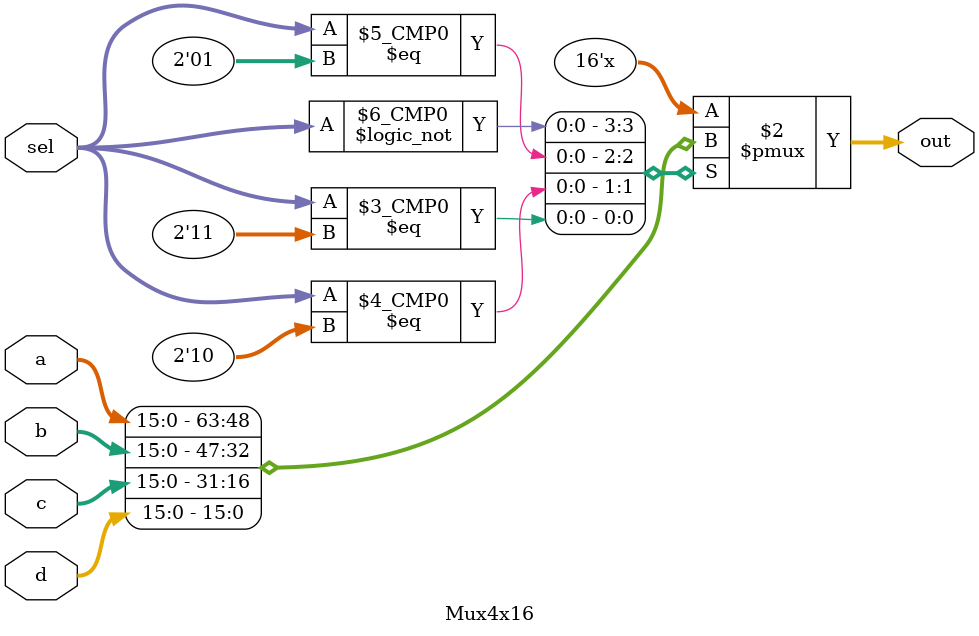
<source format=v>
module Mux4x16(
  input [15:0] a,
  input [15:0] b,
  input [15:0] c,
  input [15:0] d,
  input [1:0]sel,
  output reg [15:0] out);
  
  
  always @(sel or a or b or c or d)
  begin
    case (sel)
      2'b00: out <=a;
      2'b01: out <=b;
      2'b10: out <=c;
      2'b11: out <=d;
    endcase
  end
  
endmodule
</source>
